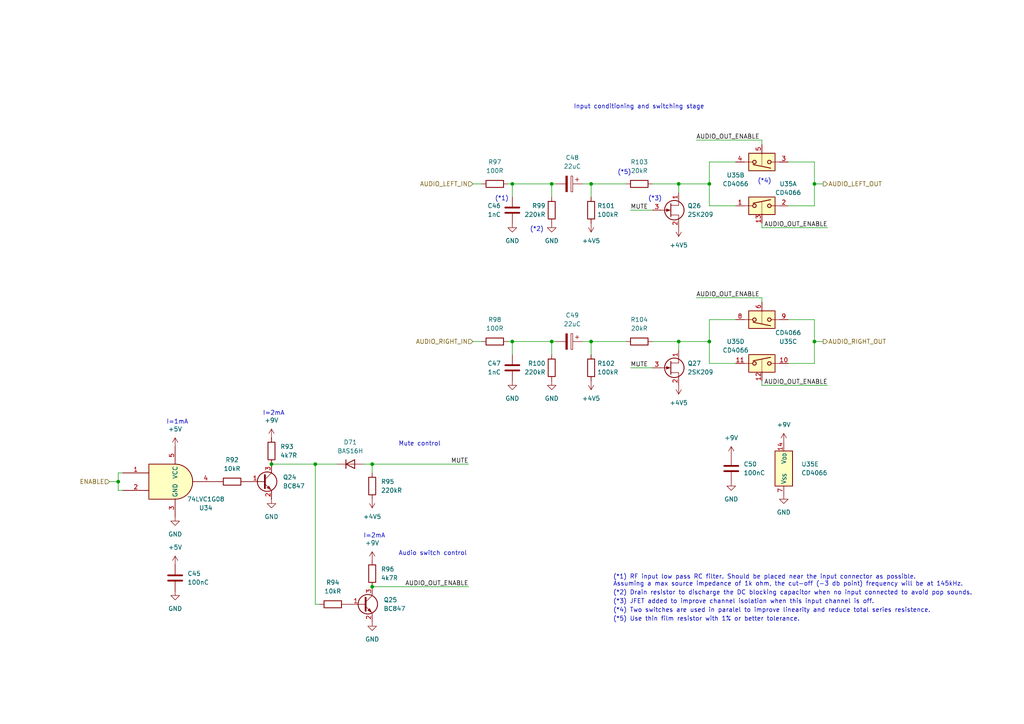
<source format=kicad_sch>
(kicad_sch (version 20231120) (generator "eeschema") (generator_version "8.0")
  (paper "A4")
  (lib_symbols
    (symbol "+5V_1" (power) (pin_numbers hide) (pin_names (offset 0) hide)
      (property "Value" "+5V" (at 0 3.556 0))
      (symbol "+5V_1_1_1"
        (pin power_in line (at 0 0 90) (length 0) (name "~") (number "1"))
      )
    )
    (symbol "+9V_1" (power) (pin_numbers hide) (pin_names (offset 0) hide)
      (property "Value" "+9V" (at 0 3.556 0))
      (symbol "+9V_1_1_1"
        (pin power_in line (at 0 0 90) (length 0) (name "~") (number "1"))
      )
    )
    (symbol "74xGxx:74AHC1G08"
      (property "Reference" "U" (at -2.54 3.81 0))
      (property "Value" "74AHC1G08" (at 0 -3.81 0))
      (symbol "74AHC1G08_1_1"
        (pin input line (at -15.24 2.54 0) (length 7.62) (name "~") (number "1"))
        (pin input line (at -15.24 -2.54 0) (length 7.62) (name "~") (number "2"))
        (pin power_in line (at 0 -10.16 90) (length 5.08) (name "GND") (number "3"))
        (pin output line (at 12.7 0 180) (length 7.62) (name "~") (number "4"))
        (pin power_in line (at 0 10.16 270) (length 5.08) (name "VCC") (number "5"))
      )
    )
    (symbol "Analog_Switch:CD4066BPW"
      (property "Reference" "U" (at -5.08 3.81 0))
      (property "Value" "CD4066BPW" (at 7.62 3.81 0))
      (symbol "CD4066BPW_1_1"
        (pin bidirectional line (at -7.62 0 0) (length 2.54) (name "~") (number "1"))
        (pin input line (at 0 -5.08 90) (length 2.54) (name "~") (number "13"))
        (pin bidirectional line (at 7.62 0 180) (length 2.54) (name "~") (number "2"))
      )
      (symbol "CD4066BPW_2_1"
        (pin bidirectional line (at 7.62 0 180) (length 2.54) (name "~") (number "3"))
        (pin bidirectional line (at -7.62 0 0) (length 2.54) (name "~") (number "4"))
        (pin input line (at 0 -5.08 90) (length 2.54) (name "~") (number "5"))
      )
      (symbol "CD4066BPW_3_1"
        (pin input line (at 0 -5.08 90) (length 2.54) (name "~") (number "6"))
        (pin bidirectional line (at -7.62 0 0) (length 2.54) (name "~") (number "8"))
        (pin bidirectional line (at 7.62 0 180) (length 2.54) (name "~") (number "9"))
      )
      (symbol "CD4066BPW_4_1"
        (pin bidirectional line (at 7.62 0 180) (length 2.54) (name "~") (number "10"))
        (pin bidirectional line (at -7.62 0 0) (length 2.54) (name "~") (number "11"))
        (pin input line (at 0 -5.08 90) (length 2.54) (name "~") (number "12"))
      )
      (symbol "CD4066BPW_5_1"
        (pin power_in line (at 0 7.62 270) (length 2.54) (name "V_{DD}") (number "14"))
        (pin power_in line (at 0 -7.62 90) (length 2.54) (name "V_{SS}") (number "7"))
      )
    )
    (symbol "Device:C" (pin_numbers hide) (pin_names (offset 0.254))
      (property "Reference" "C" (at 0.635 2.54 0))
      (property "Value" "C" (at 0.635 -2.54 0))
      (symbol "C_1_1"
        (pin passive line (at 0 3.81 270) (length 2.794) (name "~") (number "1"))
        (pin passive line (at 0 -3.81 90) (length 2.794) (name "~") (number "2"))
      )
    )
    (symbol "Device:C_Polarized" (pin_numbers hide) (pin_names (offset 0.254))
      (property "Reference" "C" (at 0.635 2.54 0))
      (property "Value" "C_Polarized" (at 0.635 -2.54 0))
      (symbol "C_Polarized_1_1"
        (pin passive line (at 0 3.81 270) (length 2.794) (name "~") (number "1"))
        (pin passive line (at 0 -3.81 90) (length 2.794) (name "~") (number "2"))
      )
    )
    (symbol "Device:R" (pin_numbers hide) (pin_names (offset 0))
      (property "Reference" "R" (at 2.032 0 90))
      (property "Value" "R" (at 0 0 90))
      (symbol "R_1_1"
        (pin passive line (at 0 3.81 270) (length 1.27) (name "~") (number "1"))
        (pin passive line (at 0 -3.81 90) (length 1.27) (name "~") (number "2"))
      )
    )
    (symbol "Diode:BAS316" (pin_numbers hide) (pin_names hide)
      (property "Reference" "D" (at 0 2.54 0))
      (property "Value" "BAS316" (at 0 -2.54 0))
      (symbol "BAS316_1_1"
        (pin passive line (at -3.81 0 0) (length 2.54) (name "K") (number "1"))
        (pin passive line (at 3.81 0 180) (length 2.54) (name "A") (number "2"))
      )
    )
    (symbol "GND_1" (power) (pin_numbers hide) (pin_names (offset 0) hide)
      (property "Value" "GND" (at 0 -3.81 0))
      (symbol "GND_1_1_1"
        (pin power_in line (at 0 0 270) (length 0) (name "~") (number "1"))
      )
    )
    (symbol "MMBFJ111_1" (pin_names hide)
      (property "Reference" "Q" (at 5.08 1.905 0))
      (property "Value" "MMBFJ111" (at 5.08 0 0))
      (symbol "MMBFJ111_1_1_1"
        (pin passive line (at 2.54 5.08 270) (length 2.54) (name "D") (number "1"))
        (pin passive line (at 2.54 -5.08 90) (length 2.54) (name "S") (number "2"))
        (pin input line (at -5.08 0 0) (length 2.54) (name "G") (number "3"))
      )
    )
    (symbol "Transistor_BJT:BC847" (pin_names (offset 0) hide)
      (property "Reference" "Q" (at 5.08 1.905 0))
      (property "Value" "BC847" (at 5.08 0 0))
      (symbol "BC847_1_1"
        (pin input line (at -5.08 0 0) (length 5.715) (name "B") (number "1"))
        (pin passive line (at 2.54 -5.08 90) (length 2.54) (name "E") (number "2"))
        (pin passive line (at 2.54 5.08 270) (length 2.54) (name "C") (number "3"))
      )
    )
    (symbol "power_custom:+4V5" (power) (pin_names (offset 0))
      (property "Value" "+4V5" (at 0 3.556 0))
      (symbol "+4V5_1_1"
        (pin power_in line (at 0 0 90) (length 0) hide (name "+4V5") (number "1"))
      )
    )
  )
  (junction (at 78.74 134.62))
  (junction (at 107.95 134.62))
  (junction (at 196.85 53.34))
  (junction (at 91.44 134.62))
  (junction (at 148.59 99.06))
  (junction (at 148.59 53.34))
  (junction (at 236.22 99.06))
  (junction (at 171.45 53.34))
  (junction (at 107.95 170.18))
  (junction (at 171.45 99.06))
  (junction (at 160.02 99.06))
  (junction (at 236.22 53.34))
  (junction (at 196.85 99.06))
  (junction (at 205.74 99.06))
  (junction (at 160.02 53.34))
  (junction (at 34.29 139.7))
  (junction (at 205.74 53.34))
  (wire (pts (xy 196.85 53.34) (xy 205.74 53.34)))
  (wire (pts (xy 220.98 111.76) (xy 240.03 111.76)))
  (wire (pts (xy 196.85 53.34) (xy 196.85 55.88)))
  (wire (pts (xy 240.03 66.04) (xy 220.98 66.04)))
  (wire (pts (xy 92.71 175.26) (xy 91.44 175.26)))
  (wire (pts (xy 160.02 53.34) (xy 161.29 53.34)))
  (wire (pts (xy 213.36 46.99) (xy 205.74 46.99)))
  (wire (pts (xy 196.85 99.06) (xy 196.85 101.6)))
  (wire (pts (xy 238.76 53.34) (xy 236.22 53.34)))
  (wire (pts (xy 220.98 87.63) (xy 220.98 86.36)))
  (wire (pts (xy 160.02 99.06) (xy 161.29 99.06)))
  (wire (pts (xy 148.59 99.06) (xy 160.02 99.06)))
  (wire (pts (xy 91.44 134.62) (xy 91.44 175.26)))
  (wire (pts (xy 220.98 110.49) (xy 220.98 111.76)))
  (wire (pts (xy 228.6 46.99) (xy 236.22 46.99)))
  (wire (pts (xy 236.22 46.99) (xy 236.22 53.34)))
  (wire (pts (xy 107.95 134.62) (xy 135.89 134.62)))
  (wire (pts (xy 35.56 142.24) (xy 34.29 142.24)))
  (wire (pts (xy 236.22 99.06) (xy 236.22 105.41)))
  (wire (pts (xy 220.98 40.64) (xy 201.93 40.64)))
  (wire (pts (xy 213.36 59.69) (xy 205.74 59.69)))
  (wire (pts (xy 236.22 59.69) (xy 228.6 59.69)))
  (wire (pts (xy 189.23 99.06) (xy 196.85 99.06)))
  (wire (pts (xy 171.45 53.34) (xy 181.61 53.34)))
  (wire (pts (xy 205.74 59.69) (xy 205.74 53.34)))
  (wire (pts (xy 107.95 134.62) (xy 107.95 137.16)))
  (wire (pts (xy 205.74 46.99) (xy 205.74 53.34)))
  (wire (pts (xy 78.74 134.62) (xy 91.44 134.62)))
  (wire (pts (xy 205.74 92.71) (xy 205.74 99.06)))
  (wire (pts (xy 205.74 105.41) (xy 205.74 99.06)))
  (wire (pts (xy 220.98 66.04) (xy 220.98 64.77)))
  (wire (pts (xy 171.45 53.34) (xy 171.45 57.15)))
  (wire (pts (xy 196.85 99.06) (xy 205.74 99.06)))
  (wire (pts (xy 182.88 60.96) (xy 189.23 60.96)))
  (wire (pts (xy 147.32 99.06) (xy 148.59 99.06)))
  (wire (pts (xy 168.91 99.06) (xy 171.45 99.06)))
  (wire (pts (xy 137.16 99.06) (xy 139.7 99.06)))
  (wire (pts (xy 236.22 53.34) (xy 236.22 59.69)))
  (wire (pts (xy 182.88 106.68) (xy 189.23 106.68)))
  (wire (pts (xy 34.29 139.7) (xy 34.29 137.16)))
  (wire (pts (xy 220.98 40.64) (xy 220.98 41.91)))
  (wire (pts (xy 107.95 170.18) (xy 135.89 170.18)))
  (wire (pts (xy 148.59 53.34) (xy 148.59 57.15)))
  (wire (pts (xy 228.6 92.71) (xy 236.22 92.71)))
  (wire (pts (xy 236.22 92.71) (xy 236.22 99.06)))
  (wire (pts (xy 201.93 86.36) (xy 220.98 86.36)))
  (wire (pts (xy 105.41 134.62) (xy 107.95 134.62)))
  (wire (pts (xy 213.36 92.71) (xy 205.74 92.71)))
  (wire (pts (xy 147.32 53.34) (xy 148.59 53.34)))
  (wire (pts (xy 137.16 53.34) (xy 139.7 53.34)))
  (wire (pts (xy 213.36 105.41) (xy 205.74 105.41)))
  (wire (pts (xy 171.45 99.06) (xy 181.61 99.06)))
  (wire (pts (xy 34.29 139.7) (xy 31.75 139.7)))
  (wire (pts (xy 34.29 142.24) (xy 34.29 139.7)))
  (wire (pts (xy 189.23 53.34) (xy 196.85 53.34)))
  (wire (pts (xy 34.29 137.16) (xy 35.56 137.16)))
  (wire (pts (xy 160.02 57.15) (xy 160.02 53.34)))
  (wire (pts (xy 148.59 53.34) (xy 160.02 53.34)))
  (wire (pts (xy 236.22 105.41) (xy 228.6 105.41)))
  (wire (pts (xy 160.02 102.87) (xy 160.02 99.06)))
  (wire (pts (xy 148.59 99.06) (xy 148.59 102.87)))
  (wire (pts (xy 171.45 99.06) (xy 171.45 102.87)))
  (wire (pts (xy 91.44 134.62) (xy 97.79 134.62)))
  (wire (pts (xy 238.76 99.06) (xy 236.22 99.06)))
  (wire (pts (xy 168.91 53.34) (xy 171.45 53.34)))
  (text "Input conditioning and switching stage" (at 166.37 31.75 0) (effects (font (size 1.27 1.27)) (justify left bottom)))
  (text "(*5) Use thin film resistor with 1% or better tolerance." (at 177.8 180.34 0) (effects (font (size 1.27 1.27)) (justify left bottom)))
  (text "(*4) Two switches are used in paralel to improve linearity and reduce total series resistence." (at 177.8 177.8 0) (effects (font (size 1.27 1.27)) (justify left bottom)))
  (text "I=2mA" (at 105.41 156.21 0) (effects (font (size 1.27 1.27)) (justify left bottom)))
  (text "I=1mA" (at 48.26 123.19 0) (effects (font (size 1.27 1.27)) (justify left bottom)))
  (text "(*3)" (at 187.96 58.42 0) (effects (font (size 1.27 1.27)) (justify left bottom)))
  (text "(*1) RF input low pass RC filter. Should be placed near the input connector as possible.\nAssuming a max source impedance of 1k ohm, the cut-off (-3 db point) frequency will be at 145kHz." (at 177.8 170.18 0) (effects (font (size 1.27 1.27)) (justify left bottom)))
  (text "(*4)" (at 219.71 53.34 0) (effects (font (size 1.27 1.27)) (justify left bottom)))
  (text "(*2)" (at 153.67 67.31 0) (effects (font (size 1.27 1.27)) (justify left bottom)))
  (text "I=2mA" (at 76.2 120.65 0) (effects (font (size 1.27 1.27)) (justify left bottom)))
  (text "(*5)" (at 179.07 50.8 0) (effects (font (size 1.27 1.27)) (justify left bottom)))
  (text "Mute control" (at 115.57 129.54 0) (effects (font (size 1.27 1.27)) (justify left bottom)))
  (text "(*3) JFET added to improve channel isolation when this input channel is off." (at 177.8 175.26 0) (effects (font (size 1.27 1.27)) (justify left bottom)))
  (text "(*1)" (at 143.51 58.42 0) (effects (font (size 1.27 1.27)) (justify left bottom)))
  (text "Audio switch control" (at 115.57 161.29 0) (effects (font (size 1.27 1.27)) (justify left bottom)))
  (text "(*2) Drain resistor to discharge the DC blocking capacitor when no input connected to avoid pop sounds." (at 177.8 172.72 0) (effects (font (size 1.27 1.27)) (justify left bottom)))
  (label "MUTE" (at 182.88 60.96 0))
  (label "AUDIO_OUT_ENABLE" (at 201.93 86.36 0))
  (label "AUDIO_OUT_ENABLE" (at 240.03 66.04 180))
  (label "MUTE" (at 182.88 106.68 0))
  (label "AUDIO_OUT_ENABLE" (at 135.89 170.18 180))
  (label "AUDIO_OUT_ENABLE" (at 201.93 40.64 0))
  (label "MUTE" (at 135.89 134.62 180))
  (label "AUDIO_OUT_ENABLE" (at 240.03 111.76 180))
  (hierarchical_label "AUDIO_LEFT_OUT" (shape output) (at 238.76 53.34 0))
  (hierarchical_label "AUDIO_RIGHT_OUT" (shape output) (at 238.76 99.06 0))
  (hierarchical_label "AUDIO_LEFT_IN" (shape input) (at 137.16 53.34 180))
  (hierarchical_label "ENABLE" (shape input) (at 31.75 139.7 180))
  (hierarchical_label "AUDIO_RIGHT_IN" (shape input) (at 137.16 99.06 180))
  (symbol (lib_id "Device:R") (at 107.95 140.97 0) (unit 1)
    (property "Reference" "R95" (at 110.49 139.7 0) (effects (justify left)))
    (property "Value" "220kR" (at 110.49 142.24 0) (effects (justify left)))
    (property "Footprint" "Resistor_SMD:R_0805_2012Metric" (effects (hide yes)))
    (property "Datasheet" "https://datasheet.lcsc.com/lcsc/1810311425_YAGEO-RC0805JR-07220KL_C114232.pdf" (effects (hide yes)))
    (property "Status" "OK" (effects (hide yes)))
    (property "MPN" "RC0805JR-07220KL" (effects (hide yes)))
    (property "R % tol" "5%" (effects (hide yes)))
    (property "R pwr" "125mW" (effects (hide yes)))
    (instances (project "SCART_switcher" (path "" (reference "R95") (unit 1)) (path "" (reference "R157") (unit 1)) (path "" (reference "R184") (unit 1)) (path "" (reference "R211") (unit 1)) (path "" (reference "R238") (unit 1)) (path "" (reference "R265") (unit 1)) (path "" (reference "R292") (unit 1)) (path "" (reference "R319") (unit 1)) (path "" (reference "R346") (unit 1)) (path "" (reference "R373") (unit 1))))
  )
  (symbol (lib_name "GND_1") (lib_id "power:GND") (at 160.02 110.49 0) (unit 1)
    (property "Reference" "#PWR0819" (effects (hide yes)))
    (property "Value" "GND" (at 160.02 115.57 0))
    (property "Description" "Power symbol creates a global label with name \"GND\" , ground" (effects (hide yes)))
    (instances (project "SCART_switcher" (path "" (reference "#PWR0819") (unit 1)) (path "" (reference "#PWR0821") (unit 1)) (path "" (reference "#PWR0823") (unit 1)) (path "" (reference "#PWR0826") (unit 1)) (path "" (reference "#PWR0827") (unit 1)) (path "" (reference "#PWR0828") (unit 1)) (path "" (reference "#PWR0829") (unit 1)) (path "" (reference "#PWR0830") (unit 1)) (path "" (reference "#PWR0836") (unit 1)) (path "" (reference "#PWR0838") (unit 1))))
  )
  (symbol (lib_id "Device:R") (at 160.02 106.68 0) (mirror y) (unit 1)
    (property "Reference" "R100" (at 158.242 105.41 0) (effects (justify left)))
    (property "Value" "220kR" (at 158.242 107.95 0) (effects (justify left)))
    (property "Footprint" "Resistor_SMD:R_0805_2012Metric" (effects (hide yes)))
    (property "Datasheet" "https://datasheet.lcsc.com/lcsc/1810311425_YAGEO-RC0805JR-07220KL_C114232.pdf" (effects (hide yes)))
    (property "Status" "OK" (effects (hide yes)))
    (property "MPN" "RC0805JR-07220KL" (effects (hide yes)))
    (property "R % tol" "5%" (effects (hide yes)))
    (property "R pwr" "125mW" (effects (hide yes)))
    (instances (project "SCART_switcher" (path "" (reference "R100") (unit 1)) (path "" (reference "R162") (unit 1)) (path "" (reference "R189") (unit 1)) (path "" (reference "R216") (unit 1)) (path "" (reference "R243") (unit 1)) (path "" (reference "R270") (unit 1)) (path "" (reference "R297") (unit 1)) (path "" (reference "R324") (unit 1)) (path "" (reference "R351") (unit 1)) (path "" (reference "R378") (unit 1))))
  )
  (symbol (lib_id "Analog_Switch:CD4066BPW") (at 227.33 135.89 0) (unit 5)
    (property "Reference" "U35" (at 232.41 134.62 0) (effects (justify left)))
    (property "Value" "CD4066" (at 232.41 137.16 0) (effects (justify left)))
    (property "Footprint" "Package_SO:SOIC-14_3.9x8.7mm_P1.27mm" (effects (hide yes)))
    (property "Datasheet" "https://datasheet.lcsc.com/lcsc/1810171510_Texas-Instruments-CD4066BM96_C54755.pdf" (effects (hide yes)))
    (property "MPN" "CD4066BM96" (effects (hide yes)))
    (property "Status" "OK" (effects (hide yes)))
    (property "MPN_MOUSER" "CD4066BM96" (effects (hide yes)))
    (instances (project "SCART_switcher" (path "" (reference "U35") (unit 5)) (path "" (reference "U80") (unit 5)) (path "" (reference "U87") (unit 5)) (path "" (reference "U94") (unit 5)) (path "" (reference "U101") (unit 5)) (path "" (reference "U108") (unit 5)) (path "" (reference "U115") (unit 5)) (path "" (reference "U122") (unit 5)) (path "" (reference "U129") (unit 5)) (path "" (reference "U136") (unit 5))))
  )
  (symbol (lib_name "GND_1") (lib_id "power:GND") (at 148.59 110.49 0) (unit 1)
    (property "Reference" "#PWR0874" (effects (hide yes)))
    (property "Value" "GND" (at 148.59 115.57 0))
    (property "Description" "Power symbol creates a global label with name \"GND\" , ground" (effects (hide yes)))
    (instances (project "SCART_switcher" (path "" (reference "#PWR0874") (unit 1)) (path "" (reference "#PWR0876") (unit 1)) (path "" (reference "#PWR0878") (unit 1)) (path "" (reference "#PWR0881") (unit 1)) (path "" (reference "#PWR0882") (unit 1)) (path "" (reference "#PWR0883") (unit 1)) (path "" (reference "#PWR0884") (unit 1)) (path "" (reference "#PWR0885") (unit 1)) (path "" (reference "#PWR0891") (unit 1)) (path "" (reference "#PWR0893") (unit 1))))
  )
  (symbol (lib_name "GND_1") (lib_id "power:GND") (at 160.02 64.77 0) (unit 1)
    (property "Reference" "#PWR0965" (effects (hide yes)))
    (property "Value" "GND" (at 160.02 69.85 0))
    (property "Description" "Power symbol creates a global label with name \"GND\" , ground" (effects (hide yes)))
    (instances (project "SCART_switcher" (path "" (reference "#PWR0965") (unit 1)) (path "" (reference "#PWR0967") (unit 1)) (path "" (reference "#PWR0975") (unit 1)) (path "" (reference "#PWR0977") (unit 1)) (path "" (reference "#PWR0979") (unit 1)) (path "" (reference "#PWR0981") (unit 1)) (path "" (reference "#PWR0983") (unit 1)) (path "" (reference "#PWR0984") (unit 1)) (path "" (reference "#PWR0985") (unit 1)) (path "" (reference "#PWR0986") (unit 1))))
  )
  (symbol (lib_id "power_custom:+4V5") (at 171.45 64.77 0) (mirror x) (unit 1)
    (property "Reference" "#PWR0373" (effects (hide yes)))
    (property "Value" "+4V5" (at 171.45 69.85 0))
    (instances (project "SCART_switcher" (path "" (reference "#PWR0373") (unit 1)) (path "" (reference "#PWR0611") (unit 1)) (path "" (reference "#PWR0666") (unit 1)) (path "" (reference "#PWR0721") (unit 1)) (path "" (reference "#PWR0776") (unit 1)) (path "" (reference "#PWR0831") (unit 1)) (path "" (reference "#PWR0886") (unit 1)) (path "" (reference "#PWR0941") (unit 1)) (path "" (reference "#PWR0996") (unit 1)) (path "" (reference "#PWR01051") (unit 1))))
  )
  (symbol (lib_id "Device:C") (at 148.59 106.68 0) (mirror y) (unit 1)
    (property "Reference" "C47" (at 145.288 105.41 0) (effects (justify left)))
    (property "Value" "1nC" (at 145.288 107.95 0) (effects (justify left)))
    (property "Footprint" "Capacitor_SMD:C_0805_2012Metric" (effects (hide yes)))
    (property "Datasheet" "https://datasheet.lcsc.com/lcsc/2304140030_YAGEO-CC0805JRNPO9BN102_C62774.pdf" (effects (hide yes)))
    (property "Status" "OK" (effects (hide yes)))
    (property "MPN" "CC0805JRNPO9BN102" (effects (hide yes)))
    (instances (project "SCART_switcher" (path "" (reference "C47") (unit 1)) (path "" (reference "C114") (unit 1)) (path "" (reference "C129") (unit 1)) (path "" (reference "C144") (unit 1)) (path "" (reference "C159") (unit 1)) (path "" (reference "C174") (unit 1)) (path "" (reference "C189") (unit 1)) (path "" (reference "C204") (unit 1)) (path "" (reference "C219") (unit 1)) (path "" (reference "C234") (unit 1))))
  )
  (symbol (lib_id "Device:C_Polarized") (at 165.1 99.06 270) (unit 1)
    (property "Reference" "C49" (at 165.989 91.44 90))
    (property "Value" "22uC" (at 165.989 93.98 90))
    (property "Footprint" "Capacitor_SMD:CP_Elec_5x5.4" (effects (hide yes)))
    (property "Datasheet" "https://datasheet.lcsc.com/lcsc/2304140030_Nichicon-UWX1C220MCL1GB_C433198.pdf" (effects (hide yes)))
    (property "MPN" "UWX1C220MCL1GB" (effects (hide yes)))
    (property "Status" "OK" (effects (hide yes)))
    (instances (project "SCART_switcher" (path "" (reference "C49") (unit 1)) (path "" (reference "C116") (unit 1)) (path "" (reference "C131") (unit 1)) (path "" (reference "C146") (unit 1)) (path "" (reference "C161") (unit 1)) (path "" (reference "C176") (unit 1)) (path "" (reference "C191") (unit 1)) (path "" (reference "C206") (unit 1)) (path "" (reference "C221") (unit 1)) (path "" (reference "C236") (unit 1))))
  )
  (symbol (lib_id "Device:R") (at 67.31 139.7 90) (unit 1)
    (property "Reference" "R92" (at 67.31 133.3843 90))
    (property "Value" "10kR" (at 67.31 135.9243 90))
    (property "Footprint" "Resistor_SMD:R_0805_2012Metric" (effects (hide yes)))
    (property "Datasheet" "https://datasheet.lcsc.com/lcsc/1810171610_YAGEO-RC0805JR-0710KL_C100047.pdf" (effects (hide yes)))
    (property "MPN" "RC0805JR-0710KL" (effects (hide yes)))
    (property "Status" "OK" (effects (hide yes)))
    (property "R % tol" "5%" (effects (hide yes)))
    (property "R pwr" "125mW" (effects (hide yes)))
    (instances (project "SCART_switcher" (path "" (reference "R92") (unit 1)) (path "" (reference "R154") (unit 1)) (path "" (reference "R181") (unit 1)) (path "" (reference "R208") (unit 1)) (path "" (reference "R235") (unit 1)) (path "" (reference "R262") (unit 1)) (path "" (reference "R289") (unit 1)) (path "" (reference "R316") (unit 1)) (path "" (reference "R343") (unit 1)) (path "" (reference "R370") (unit 1))))
  )
  (symbol (lib_id "74xGxx:74AHC1G08") (at 50.8 139.7 0) (unit 1)
    (property "Reference" "U34" (at 59.69 147.32 0))
    (property "Value" "74LVC1G08" (at 59.69 144.78 0))
    (property "Footprint" "Package_TO_SOT_SMD:SOT-353_SC-70-5" (effects (hide yes)))
    (property "Datasheet" "https://datasheet.lcsc.com/lcsc/1809051811_Texas-Instruments-SN74LVC1G08DCKR_C7832.pdf" (effects (hide yes)))
    (property "MPN" "SN74LVC1G08DCKR" (effects (hide yes)))
    (property "Status" "OK" (effects (hide yes)))
    (property "MPN_MOUSER" "SN74LVC1G08DCKR" (effects (hide yes)))
    (instances (project "SCART_switcher" (path "" (reference "U34") (unit 1)) (path "" (reference "U79") (unit 1)) (path "" (reference "U86") (unit 1)) (path "" (reference "U93") (unit 1)) (path "" (reference "U100") (unit 1)) (path "" (reference "U107") (unit 1)) (path "" (reference "U114") (unit 1)) (path "" (reference "U121") (unit 1)) (path "" (reference "U128") (unit 1)) (path "" (reference "U135") (unit 1))))
  )
  (symbol (lib_id "Device:C") (at 148.59 60.96 0) (mirror y) (unit 1)
    (property "Reference" "C46" (at 145.288 59.69 0) (effects (justify left)))
    (property "Value" "1nC" (at 145.288 62.23 0) (effects (justify left)))
    (property "Footprint" "Capacitor_SMD:C_0805_2012Metric" (effects (hide yes)))
    (property "Datasheet" "https://datasheet.lcsc.com/lcsc/2304140030_YAGEO-CC0805JRNPO9BN102_C62774.pdf" (effects (hide yes)))
    (property "Status" "OK" (effects (hide yes)))
    (property "MPN" "CC0805JRNPO9BN102" (effects (hide yes)))
    (instances (project "SCART_switcher" (path "" (reference "C46") (unit 1)) (path "" (reference "C113") (unit 1)) (path "" (reference "C128") (unit 1)) (path "" (reference "C143") (unit 1)) (path "" (reference "C158") (unit 1)) (path "" (reference "C173") (unit 1)) (path "" (reference "C188") (unit 1)) (path "" (reference "C203") (unit 1)) (path "" (reference "C218") (unit 1)) (path "" (reference "C233") (unit 1))))
  )
  (symbol (lib_id "Device:C") (at 50.8 167.64 0) (unit 1)
    (property "Reference" "C45" (at 54.356 166.37 0) (effects (justify left)))
    (property "Value" "100nC" (at 54.356 168.91 0) (effects (justify left)))
    (property "Footprint" "Capacitor_SMD:C_0603_1608Metric" (effects (hide yes)))
    (property "Datasheet" "https://datasheet.lcsc.com/lcsc/1810271710_Samsung-Electro-Mechanics-CL10B104KO8NNNC_C66501.pdf" (effects (hide yes)))
    (property "MPN" "CL10B104KO8NNNC" (effects (hide yes)))
    (property "Status" "OK" (effects (hide yes)))
    (instances (project "SCART_switcher" (path "" (reference "C45") (unit 1)) (path "" (reference "C112") (unit 1)) (path "" (reference "C127") (unit 1)) (path "" (reference "C142") (unit 1)) (path "" (reference "C157") (unit 1)) (path "" (reference "C172") (unit 1)) (path "" (reference "C187") (unit 1)) (path "" (reference "C202") (unit 1)) (path "" (reference "C217") (unit 1)) (path "" (reference "C232") (unit 1))))
  )
  (symbol (lib_name "GND_1") (lib_id "power:GND") (at 50.8 149.86 0) (unit 1)
    (property "Reference" "#PWR0339" (effects (hide yes)))
    (property "Value" "GND" (at 50.8 154.94 0))
    (property "Description" "Power symbol creates a global label with name \"GND\" , ground" (effects (hide yes)))
    (instances (project "SCART_switcher" (path "" (reference "#PWR0339") (unit 1)) (path "" (reference "#PWR0341") (unit 1)) (path "" (reference "#PWR0343") (unit 1)) (path "" (reference "#PWR0345") (unit 1)) (path "" (reference "#PWR0347") (unit 1)) (path "" (reference "#PWR0349") (unit 1)) (path "" (reference "#PWR0356") (unit 1)) (path "" (reference "#PWR0357") (unit 1)) (path "" (reference "#PWR0358") (unit 1)) (path "" (reference "#PWR0359") (unit 1))))
  )
  (symbol (lib_id "Transistor_BJT:BC847") (at 76.2 139.7 0) (unit 1)
    (property "Reference" "Q24" (at 82.042 138.43 0) (effects (justify left)))
    (property "Value" "BC847" (at 82.042 140.97 0) (effects (justify left)))
    (property "Footprint" "Package_TO_SOT_SMD:SOT-23" (effects (hide yes)))
    (property "Datasheet" "https://datasheet.lcsc.com/lcsc/1811141238_Nexperia-BC847C-215_C8664.pdf" (effects (hide yes)))
    (property "MPN" "BC847C,215" (effects (hide yes)))
    (property "Status" "OK" (effects (hide yes)))
    (property "MPN_MOUSER" "BC847C,215" (effects (hide yes)))
    (instances (project "SCART_switcher" (path "" (reference "Q24") (unit 1)) (path "" (reference "Q29") (unit 1)) (path "" (reference "Q33") (unit 1)) (path "" (reference "Q37") (unit 1)) (path "" (reference "Q41") (unit 1)) (path "" (reference "Q45") (unit 1)) (path "" (reference "Q49") (unit 1)) (path "" (reference "Q53") (unit 1)) (path "" (reference "Q57") (unit 1)) (path "" (reference "Q61") (unit 1))))
  )
  (symbol (lib_id "Device:R") (at 185.42 99.06 90) (unit 1)
    (property "Reference" "R104" (at 185.42 92.71 90))
    (property "Value" "20kR" (at 185.42 95.25 90))
    (property "Footprint" "Resistor_SMD:R_0805_2012Metric" (effects (hide yes)))
    (property "Datasheet" "https://datasheet.lcsc.com/lcsc/2010201810_YAGEO-RT0805FRE0720KL_C706378.pdf" (effects (hide yes)))
    (property "Status" "OK" (effects (hide yes)))
    (property "MPN" "RT0805FRE0720KL" (effects (hide yes)))
    (property "R % tol" "1%" (effects (hide yes)))
    (property "R pwr" "125mW" (effects (hide yes)))
    (instances (project "SCART_switcher" (path "" (reference "R104") (unit 1)) (path "" (reference "R166") (unit 1)) (path "" (reference "R193") (unit 1)) (path "" (reference "R220") (unit 1)) (path "" (reference "R247") (unit 1)) (path "" (reference "R274") (unit 1)) (path "" (reference "R301") (unit 1)) (path "" (reference "R328") (unit 1)) (path "" (reference "R355") (unit 1)) (path "" (reference "R382") (unit 1))))
  )
  (symbol (lib_name "+9V_1") (lib_id "power:+9V") (at 212.09 132.08 0) (unit 1)
    (property "Reference" "#PWR0835" (effects (hide yes)))
    (property "Value" "+9V" (at 212.09 127 0))
    (property "Description" "Power symbol creates a global label with name \"+9V\"" (effects (hide yes)))
    (instances (project "SCART_switcher" (path "" (reference "#PWR0835") (unit 1)) (path "" (reference "#PWR0837") (unit 1)) (path "" (reference "#PWR0890") (unit 1)) (path "" (reference "#PWR0892") (unit 1)) (path "" (reference "#PWR0945") (unit 1)) (path "" (reference "#PWR0947") (unit 1)) (path "" (reference "#PWR01000") (unit 1)) (path "" (reference "#PWR01002") (unit 1)) (path "" (reference "#PWR01018") (unit 1)) (path "" (reference "#PWR01019") (unit 1))))
  )
  (symbol (lib_name "GND_1") (lib_id "power:GND") (at 78.74 144.78 0) (unit 1)
    (property "Reference" "#PWR0654" (effects (hide yes)))
    (property "Value" "GND" (at 78.74 149.86 0))
    (property "Description" "Power symbol creates a global label with name \"GND\" , ground" (effects (hide yes)))
    (instances (project "SCART_switcher" (path "" (reference "#PWR0654") (unit 1)) (path "" (reference "#PWR0656") (unit 1)) (path "" (reference "#PWR0658") (unit 1)) (path "" (reference "#PWR0661") (unit 1)) (path "" (reference "#PWR0662") (unit 1)) (path "" (reference "#PWR0663") (unit 1)) (path "" (reference "#PWR0664") (unit 1)) (path "" (reference "#PWR0665") (unit 1)) (path "" (reference "#PWR0671") (unit 1)) (path "" (reference "#PWR0673") (unit 1))))
  )
  (symbol (lib_id "Device:R") (at 78.74 130.81 0) (unit 1)
    (property "Reference" "R93" (at 81.28 129.54 0) (effects (justify left)))
    (property "Value" "4k7R" (at 81.28 132.08 0) (effects (justify left)))
    (property "Footprint" "Resistor_SMD:R_0805_2012Metric" (effects (hide yes)))
    (property "Datasheet" "https://datasheet.lcsc.com/lcsc/2304140030_YAGEO-RC0805JR-074K7L_C105427.pdf" (effects (hide yes)))
    (property "Status" "OK" (effects (hide yes)))
    (property "MPN" "RC0805JR-074K7L" (effects (hide yes)))
    (property "R % tol" "5%" (effects (hide yes)))
    (property "R pwr" "125mW" (effects (hide yes)))
    (instances (project "SCART_switcher" (path "" (reference "R93") (unit 1)) (path "" (reference "R155") (unit 1)) (path "" (reference "R182") (unit 1)) (path "" (reference "R209") (unit 1)) (path "" (reference "R236") (unit 1)) (path "" (reference "R263") (unit 1)) (path "" (reference "R290") (unit 1)) (path "" (reference "R317") (unit 1)) (path "" (reference "R344") (unit 1)) (path "" (reference "R371") (unit 1))))
  )
  (symbol (lib_name "GND_1") (lib_id "power:GND") (at 227.33 143.51 0) (unit 1)
    (property "Reference" "#PWR0764" (effects (hide yes)))
    (property "Value" "GND" (at 227.33 148.59 0))
    (property "Description" "Power symbol creates a global label with name \"GND\" , ground" (effects (hide yes)))
    (instances (project "SCART_switcher" (path "" (reference "#PWR0764") (unit 1)) (path "" (reference "#PWR0766") (unit 1)) (path "" (reference "#PWR0768") (unit 1)) (path "" (reference "#PWR0771") (unit 1)) (path "" (reference "#PWR0772") (unit 1)) (path "" (reference "#PWR0773") (unit 1)) (path "" (reference "#PWR0774") (unit 1)) (path "" (reference "#PWR0775") (unit 1)) (path "" (reference "#PWR0781") (unit 1)) (path "" (reference "#PWR0783") (unit 1))))
  )
  (symbol (lib_id "power_custom:+4V5") (at 107.95 144.78 0) (mirror x) (unit 1)
    (property "Reference" "#PWR0366" (effects (hide yes)))
    (property "Value" "+4V5" (at 107.95 149.86 0))
    (instances (project "SCART_switcher" (path "" (reference "#PWR0366") (unit 1)) (path "" (reference "#PWR0604") (unit 1)) (path "" (reference "#PWR0659") (unit 1)) (path "" (reference "#PWR0714") (unit 1)) (path "" (reference "#PWR0769") (unit 1)) (path "" (reference "#PWR0824") (unit 1)) (path "" (reference "#PWR0879") (unit 1)) (path "" (reference "#PWR0934") (unit 1)) (path "" (reference "#PWR0989") (unit 1)) (path "" (reference "#PWR01044") (unit 1))))
  )
  (symbol (lib_name "GND_1") (lib_id "power:GND") (at 212.09 139.7 0) (unit 1)
    (property "Reference" "#PWR0709" (effects (hide yes)))
    (property "Value" "GND" (at 212.09 144.78 0))
    (property "Description" "Power symbol creates a global label with name \"GND\" , ground" (effects (hide yes)))
    (instances (project "SCART_switcher" (path "" (reference "#PWR0709") (unit 1)) (path "" (reference "#PWR0711") (unit 1)) (path "" (reference "#PWR0713") (unit 1)) (path "" (reference "#PWR0716") (unit 1)) (path "" (reference "#PWR0717") (unit 1)) (path "" (reference "#PWR0718") (unit 1)) (path "" (reference "#PWR0719") (unit 1)) (path "" (reference "#PWR0720") (unit 1)) (path "" (reference "#PWR0726") (unit 1)) (path "" (reference "#PWR0728") (unit 1))))
  )
  (symbol (lib_name "+9V_1") (lib_id "power:+9V") (at 107.95 162.56 0) (unit 1)
    (property "Reference" "#PWR0367" (effects (hide yes)))
    (property "Value" "+9V" (at 107.95 157.48 0))
    (property "Description" "Power symbol creates a global label with name \"+9V\"" (effects (hide yes)))
    (instances (project "SCART_switcher" (path "" (reference "#PWR0367") (unit 1)) (path "" (reference "#PWR0605") (unit 1)) (path "" (reference "#PWR0660") (unit 1)) (path "" (reference "#PWR0715") (unit 1)) (path "" (reference "#PWR0770") (unit 1)) (path "" (reference "#PWR0825") (unit 1)) (path "" (reference "#PWR0880") (unit 1)) (path "" (reference "#PWR0935") (unit 1)) (path "" (reference "#PWR0990") (unit 1)) (path "" (reference "#PWR01017") (unit 1))))
  )
  (symbol (lib_id "Analog_Switch:CD4066BPW") (at 220.98 46.99 0) (mirror x) (unit 2)
    (property "Reference" "U35" (at 213.36 50.8 0))
    (property "Value" "CD4066" (at 213.36 53.34 0))
    (property "Footprint" "Package_SO:SOIC-14_3.9x8.7mm_P1.27mm" (effects (hide yes)))
    (property "Datasheet" "https://datasheet.lcsc.com/lcsc/1810171510_Texas-Instruments-CD4066BM96_C54755.pdf" (effects (hide yes)))
    (property "MPN" "CD4066BM96" (effects (hide yes)))
    (property "Status" "OK" (effects (hide yes)))
    (property "MPN_MOUSER" "CD4066BM96" (effects (hide yes)))
    (instances (project "SCART_switcher" (path "" (reference "U35") (unit 2)) (path "" (reference "U80") (unit 2)) (path "" (reference "U87") (unit 2)) (path "" (reference "U94") (unit 2)) (path "" (reference "U101") (unit 2)) (path "" (reference "U108") (unit 2)) (path "" (reference "U115") (unit 2)) (path "" (reference "U122") (unit 2)) (path "" (reference "U129") (unit 2)) (path "" (reference "U136") (unit 2))))
  )
  (symbol (lib_id "Device:C_Polarized") (at 165.1 53.34 270) (unit 1)
    (property "Reference" "C48" (at 165.989 45.72 90))
    (property "Value" "22uC" (at 165.989 48.26 90))
    (property "Footprint" "Capacitor_SMD:CP_Elec_5x5.4" (effects (hide yes)))
    (property "Datasheet" "https://datasheet.lcsc.com/lcsc/2304140030_Nichicon-UWX1C220MCL1GB_C433198.pdf" (effects (hide yes)))
    (property "MPN" "UWX1C220MCL1GB" (effects (hide yes)))
    (property "Status" "OK" (effects (hide yes)))
    (instances (project "SCART_switcher" (path "" (reference "C48") (unit 1)) (path "" (reference "C115") (unit 1)) (path "" (reference "C130") (unit 1)) (path "" (reference "C145") (unit 1)) (path "" (reference "C160") (unit 1)) (path "" (reference "C175") (unit 1)) (path "" (reference "C190") (unit 1)) (path "" (reference "C205") (unit 1)) (path "" (reference "C220") (unit 1)) (path "" (reference "C235") (unit 1))))
  )
  (symbol (lib_name "+9V_1") (lib_id "power:+9V") (at 227.33 128.27 0) (unit 1)
    (property "Reference" "#PWR0377" (effects (hide yes)))
    (property "Value" "+9V" (at 227.33 123.19 0))
    (property "Description" "Power symbol creates a global label with name \"+9V\"" (effects (hide yes)))
    (instances (project "SCART_switcher" (path "" (reference "#PWR0377") (unit 1)) (path "" (reference "#PWR0379") (unit 1)) (path "" (reference "#PWR0615") (unit 1)) (path "" (reference "#PWR0617") (unit 1)) (path "" (reference "#PWR0670") (unit 1)) (path "" (reference "#PWR0672") (unit 1)) (path "" (reference "#PWR0725") (unit 1)) (path "" (reference "#PWR0727") (unit 1)) (path "" (reference "#PWR0780") (unit 1)) (path "" (reference "#PWR0782") (unit 1))))
  )
  (symbol (lib_id "Device:R") (at 143.51 53.34 90) (unit 1)
    (property "Reference" "R97" (at 143.51 46.99 90))
    (property "Value" "100R" (at 143.51 49.53 90))
    (property "Footprint" "Resistor_SMD:R_0805_2012Metric" (effects (hide yes)))
    (property "Datasheet" "https://datasheet.lcsc.com/lcsc/2304140030_YAGEO-RT0805FRD07100RL_C143843.pdf" (effects (hide yes)))
    (property "Status" "OK" (effects (hide yes)))
    (property "MPN" "RT0805FRD07100RL" (effects (hide yes)))
    (property "R % tol" "1%" (effects (hide yes)))
    (property "R pwr" "125mW" (effects (hide yes)))
    (instances (project "SCART_switcher" (path "" (reference "R97") (unit 1)) (path "" (reference "R159") (unit 1)) (path "" (reference "R186") (unit 1)) (path "" (reference "R213") (unit 1)) (path "" (reference "R240") (unit 1)) (path "" (reference "R267") (unit 1)) (path "" (reference "R294") (unit 1)) (path "" (reference "R321") (unit 1)) (path "" (reference "R348") (unit 1)) (path "" (reference "R375") (unit 1))))
  )
  (symbol (lib_id "Device:R") (at 160.02 60.96 0) (mirror y) (unit 1)
    (property "Reference" "R99" (at 158.242 59.69 0) (effects (justify left)))
    (property "Value" "220kR" (at 158.242 62.23 0) (effects (justify left)))
    (property "Footprint" "Resistor_SMD:R_0805_2012Metric" (effects (hide yes)))
    (property "Datasheet" "https://datasheet.lcsc.com/lcsc/1810311425_YAGEO-RC0805JR-07220KL_C114232.pdf" (effects (hide yes)))
    (property "Status" "OK" (effects (hide yes)))
    (property "MPN" "RC0805JR-07220KL" (effects (hide yes)))
    (property "R % tol" "5%" (effects (hide yes)))
    (property "R pwr" "125mW" (effects (hide yes)))
    (instances (project "SCART_switcher" (path "" (reference "R99") (unit 1)) (path "" (reference "R161") (unit 1)) (path "" (reference "R188") (unit 1)) (path "" (reference "R215") (unit 1)) (path "" (reference "R242") (unit 1)) (path "" (reference "R269") (unit 1)) (path "" (reference "R296") (unit 1)) (path "" (reference "R323") (unit 1)) (path "" (reference "R350") (unit 1)) (path "" (reference "R377") (unit 1))))
  )
  (symbol (lib_id "power_custom:+4V5") (at 171.45 110.49 0) (mirror x) (unit 1)
    (property "Reference" "#PWR0374" (effects (hide yes)))
    (property "Value" "+4V5" (at 171.45 115.57 0))
    (instances (project "SCART_switcher" (path "" (reference "#PWR0374") (unit 1)) (path "" (reference "#PWR0612") (unit 1)) (path "" (reference "#PWR0667") (unit 1)) (path "" (reference "#PWR0722") (unit 1)) (path "" (reference "#PWR0777") (unit 1)) (path "" (reference "#PWR0832") (unit 1)) (path "" (reference "#PWR0887") (unit 1)) (path "" (reference "#PWR0942") (unit 1)) (path "" (reference "#PWR0997") (unit 1)) (path "" (reference "#PWR01052") (unit 1))))
  )
  (symbol (lib_id "Transistor_BJT:BC847") (at 105.41 175.26 0) (unit 1)
    (property "Reference" "Q25" (at 111.252 173.99 0) (effects (justify left)))
    (property "Value" "BC847" (at 111.252 176.53 0) (effects (justify left)))
    (property "Footprint" "Package_TO_SOT_SMD:SOT-23" (effects (hide yes)))
    (property "Datasheet" "https://datasheet.lcsc.com/lcsc/1811141238_Nexperia-BC847C-215_C8664.pdf" (effects (hide yes)))
    (property "MPN" "BC847C,215" (effects (hide yes)))
    (property "Status" "OK" (effects (hide yes)))
    (property "MPN_MOUSER" "BC847C,215" (effects (hide yes)))
    (instances (project "SCART_switcher" (path "" (reference "Q25") (unit 1)) (path "" (reference "Q30") (unit 1)) (path "" (reference "Q34") (unit 1)) (path "" (reference "Q38") (unit 1)) (path "" (reference "Q42") (unit 1)) (path "" (reference "Q46") (unit 1)) (path "" (reference "Q50") (unit 1)) (path "" (reference "Q54") (unit 1)) (path "" (reference "Q58") (unit 1)) (path "" (reference "Q62") (unit 1))))
  )
  (symbol (lib_id "Device:R") (at 185.42 53.34 90) (unit 1)
    (property "Reference" "R103" (at 185.42 46.99 90))
    (property "Value" "20kR" (at 185.42 49.53 90))
    (property "Footprint" "Resistor_SMD:R_0805_2012Metric" (effects (hide yes)))
    (property "Datasheet" "https://datasheet.lcsc.com/lcsc/2010201810_YAGEO-RT0805FRE0720KL_C706378.pdf" (effects (hide yes)))
    (property "Status" "OK" (effects (hide yes)))
    (property "MPN" "RT0805FRE0720KL" (effects (hide yes)))
    (property "R % tol" "1%" (effects (hide yes)))
    (property "R pwr" "125mW" (effects (hide yes)))
    (instances (project "SCART_switcher" (path "" (reference "R103") (unit 1)) (path "" (reference "R165") (unit 1)) (path "" (reference "R192") (unit 1)) (path "" (reference "R219") (unit 1)) (path "" (reference "R246") (unit 1)) (path "" (reference "R273") (unit 1)) (path "" (reference "R300") (unit 1)) (path "" (reference "R327") (unit 1)) (path "" (reference "R354") (unit 1)) (path "" (reference "R381") (unit 1))))
  )
  (symbol (lib_id "Device:R") (at 107.95 166.37 0) (unit 1)
    (property "Reference" "R96" (at 110.49 165.1 0) (effects (justify left)))
    (property "Value" "4k7R" (at 110.49 167.64 0) (effects (justify left)))
    (property "Footprint" "Resistor_SMD:R_0805_2012Metric" (effects (hide yes)))
    (property "Datasheet" "https://datasheet.lcsc.com/lcsc/2304140030_YAGEO-RC0805JR-074K7L_C105427.pdf" (effects (hide yes)))
    (property "Status" "OK" (effects (hide yes)))
    (property "MPN" "RC0805JR-074K7L" (effects (hide yes)))
    (property "R % tol" "5%" (effects (hide yes)))
    (property "R pwr" "125mW" (effects (hide yes)))
    (instances (project "SCART_switcher" (path "" (reference "R96") (unit 1)) (path "" (reference "R158") (unit 1)) (path "" (reference "R185") (unit 1)) (path "" (reference "R212") (unit 1)) (path "" (reference "R239") (unit 1)) (path "" (reference "R266") (unit 1)) (path "" (reference "R293") (unit 1)) (path "" (reference "R320") (unit 1)) (path "" (reference "R347") (unit 1)) (path "" (reference "R374") (unit 1))))
  )
  (symbol (lib_id "power_custom:+4V5") (at 196.85 66.04 0) (mirror x) (unit 1)
    (property "Reference" "#PWR0375" (effects (hide yes)))
    (property "Value" "+4V5" (at 196.85 71.12 0))
    (instances (project "SCART_switcher" (path "" (reference "#PWR0375") (unit 1)) (path "" (reference "#PWR0613") (unit 1)) (path "" (reference "#PWR0668") (unit 1)) (path "" (reference "#PWR0723") (unit 1)) (path "" (reference "#PWR0778") (unit 1)) (path "" (reference "#PWR0833") (unit 1)) (path "" (reference "#PWR0888") (unit 1)) (path "" (reference "#PWR0943") (unit 1)) (path "" (reference "#PWR0998") (unit 1)) (path "" (reference "#PWR01053") (unit 1))))
  )
  (symbol (lib_name "MMBFJ111_1") (lib_id "Transistor_FET:MMBFJ111") (at 194.31 60.96 0) (unit 1)
    (property "Reference" "Q26" (at 199.39 59.69 0) (effects (justify left)))
    (property "Value" "2SK209" (at 199.39 62.23 0) (effects (justify left)))
    (property "Footprint" "Package_TO_SOT_SMD:SC-59" (effects (hide yes)))
    (property "Datasheet" "https://datasheet.lcsc.com/lcsc/1810271708_TOSHIBA-2SK209-GR-TE85L-F_C61792.pdf" (effects (hide yes)))
    (property "MPN" "2SK209-GR(TE85L,F)" (effects (hide yes)))
    (property "Status" "OK" (effects (hide yes)))
    (property "MPN_MOUSER" "MMBFJ113" (effects (hide yes)))
    (instances (project "SCART_switcher" (path "" (reference "Q26") (unit 1)) (path "" (reference "Q31") (unit 1)) (path "" (reference "Q35") (unit 1)) (path "" (reference "Q39") (unit 1)) (path "" (reference "Q43") (unit 1)) (path "" (reference "Q47") (unit 1)) (path "" (reference "Q51") (unit 1)) (path "" (reference "Q55") (unit 1)) (path "" (reference "Q59") (unit 1)) (path "" (reference "Q63") (unit 1))))
  )
  (symbol (lib_id "Diode:BAS316") (at 101.6 134.62 0) (unit 1)
    (property "Reference" "D71" (at 101.6 128.27 0))
    (property "Value" "BAS16H" (at 101.6 130.81 0))
    (property "Footprint" "Diode_SMD:D_SOD-123F" (effects (hide yes)))
    (property "Datasheet" "https://datasheet.lcsc.com/lcsc/2304140030_Nexperia-BAS16H-115_C130413.pdf" (effects (hide yes)))
    (property "MPN" "BAS16H,115" (effects (hide yes)))
    (property "MPN_MOUSER" "BAS16H,115" (effects (hide yes)))
    (property "Status" "OK" (effects (hide yes)))
    (instances (project "SCART_switcher" (path "" (reference "D71") (unit 1)) (path "" (reference "D73") (unit 1)) (path "" (reference "D74") (unit 1)) (path "" (reference "D75") (unit 1)) (path "" (reference "D76") (unit 1)) (path "" (reference "D77") (unit 1)) (path "" (reference "D78") (unit 1)) (path "" (reference "D79") (unit 1)) (path "" (reference "D80") (unit 1)) (path "" (reference "D81") (unit 1))))
  )
  (symbol (lib_id "Analog_Switch:CD4066BPW") (at 220.98 105.41 0) (unit 4)
    (property "Reference" "U35" (at 213.36 99.06 0))
    (property "Value" "CD4066" (at 213.36 101.6 0))
    (property "Footprint" "Package_SO:SOIC-14_3.9x8.7mm_P1.27mm" (effects (hide yes)))
    (property "Datasheet" "https://datasheet.lcsc.com/lcsc/1810171510_Texas-Instruments-CD4066BM96_C54755.pdf" (effects (hide yes)))
    (property "MPN" "CD4066BM96" (effects (hide yes)))
    (property "Status" "OK" (effects (hide yes)))
    (property "MPN_MOUSER" "CD4066BM96" (effects (hide yes)))
    (instances (project "SCART_switcher" (path "" (reference "U35") (unit 4)) (path "" (reference "U80") (unit 4)) (path "" (reference "U87") (unit 4)) (path "" (reference "U94") (unit 4)) (path "" (reference "U101") (unit 4)) (path "" (reference "U108") (unit 4)) (path "" (reference "U115") (unit 4)) (path "" (reference "U122") (unit 4)) (path "" (reference "U129") (unit 4)) (path "" (reference "U136") (unit 4))))
  )
  (symbol (lib_id "Device:C") (at 212.09 135.89 0) (unit 1)
    (property "Reference" "C50" (at 215.646 134.62 0) (effects (justify left)))
    (property "Value" "100nC" (at 215.646 137.16 0) (effects (justify left)))
    (property "Footprint" "Capacitor_SMD:C_0603_1608Metric" (effects (hide yes)))
    (property "Datasheet" "https://datasheet.lcsc.com/lcsc/1810271710_Samsung-Electro-Mechanics-CL10B104KO8NNNC_C66501.pdf" (effects (hide yes)))
    (property "MPN" "CL10B104KO8NNNC" (effects (hide yes)))
    (property "Status" "OK" (effects (hide yes)))
    (instances (project "SCART_switcher" (path "" (reference "C50") (unit 1)) (path "" (reference "C117") (unit 1)) (path "" (reference "C132") (unit 1)) (path "" (reference "C147") (unit 1)) (path "" (reference "C162") (unit 1)) (path "" (reference "C177") (unit 1)) (path "" (reference "C192") (unit 1)) (path "" (reference "C207") (unit 1)) (path "" (reference "C222") (unit 1)) (path "" (reference "C237") (unit 1))))
  )
  (symbol (lib_id "Device:R") (at 143.51 99.06 90) (unit 1)
    (property "Reference" "R98" (at 143.51 92.71 90))
    (property "Value" "100R" (at 143.51 95.25 90))
    (property "Footprint" "Resistor_SMD:R_0805_2012Metric" (effects (hide yes)))
    (property "Datasheet" "https://datasheet.lcsc.com/lcsc/2304140030_YAGEO-RT0805FRD07100RL_C143843.pdf" (effects (hide yes)))
    (property "Status" "OK" (effects (hide yes)))
    (property "MPN" "RT0805FRD07100RL" (effects (hide yes)))
    (property "R % tol" "1%" (effects (hide yes)))
    (property "R pwr" "125mW" (effects (hide yes)))
    (instances (project "SCART_switcher" (path "" (reference "R98") (unit 1)) (path "" (reference "R160") (unit 1)) (path "" (reference "R187") (unit 1)) (path "" (reference "R214") (unit 1)) (path "" (reference "R241") (unit 1)) (path "" (reference "R268") (unit 1)) (path "" (reference "R295") (unit 1)) (path "" (reference "R322") (unit 1)) (path "" (reference "R349") (unit 1)) (path "" (reference "R376") (unit 1))))
  )
  (symbol (lib_name "GND_1") (lib_id "power:GND") (at 148.59 64.77 0) (unit 1)
    (property "Reference" "#PWR0929" (effects (hide yes)))
    (property "Value" "GND" (at 148.59 69.85 0))
    (property "Description" "Power symbol creates a global label with name \"GND\" , ground" (effects (hide yes)))
    (instances (project "SCART_switcher" (path "" (reference "#PWR0929") (unit 1)) (path "" (reference "#PWR0931") (unit 1)) (path "" (reference "#PWR0933") (unit 1)) (path "" (reference "#PWR0936") (unit 1)) (path "" (reference "#PWR0937") (unit 1)) (path "" (reference "#PWR0938") (unit 1)) (path "" (reference "#PWR0939") (unit 1)) (path "" (reference "#PWR0940") (unit 1)) (path "" (reference "#PWR0946") (unit 1)) (path "" (reference "#PWR0948") (unit 1))))
  )
  (symbol (lib_name "GND_1") (lib_id "power:GND") (at 50.8 171.45 0) (unit 1)
    (property "Reference" "#PWR0361" (effects (hide yes)))
    (property "Value" "GND" (at 50.8 176.53 0))
    (property "Description" "Power symbol creates a global label with name \"GND\" , ground" (effects (hide yes)))
    (instances (project "SCART_switcher" (path "" (reference "#PWR0361") (unit 1)) (path "" (reference "#PWR0363") (unit 1)) (path "" (reference "#PWR0365") (unit 1)) (path "" (reference "#PWR0368") (unit 1)) (path "" (reference "#PWR0369") (unit 1)) (path "" (reference "#PWR0370") (unit 1)) (path "" (reference "#PWR0371") (unit 1)) (path "" (reference "#PWR0372") (unit 1)) (path "" (reference "#PWR0378") (unit 1)) (path "" (reference "#PWR0380") (unit 1))))
  )
  (symbol (lib_id "Analog_Switch:CD4066BPW") (at 220.98 92.71 0) (mirror x) (unit 3)
    (property "Reference" "U35" (at 228.6 99.06 0))
    (property "Value" "CD4066" (at 228.6 96.52 0))
    (property "Footprint" "Package_SO:SOIC-14_3.9x8.7mm_P1.27mm" (effects (hide yes)))
    (property "Datasheet" "https://datasheet.lcsc.com/lcsc/1810171510_Texas-Instruments-CD4066BM96_C54755.pdf" (effects (hide yes)))
    (property "MPN" "CD4066BM96" (effects (hide yes)))
    (property "Status" "OK" (effects (hide yes)))
    (property "MPN_MOUSER" "CD4066BM96" (effects (hide yes)))
    (instances (project "SCART_switcher" (path "" (reference "U35") (unit 3)) (path "" (reference "U80") (unit 3)) (path "" (reference "U87") (unit 3)) (path "" (reference "U94") (unit 3)) (path "" (reference "U101") (unit 3)) (path "" (reference "U108") (unit 3)) (path "" (reference "U115") (unit 3)) (path "" (reference "U122") (unit 3)) (path "" (reference "U129") (unit 3)) (path "" (reference "U136") (unit 3))))
  )
  (symbol (lib_id "Device:R") (at 171.45 60.96 0) (unit 1)
    (property "Reference" "R101" (at 173.228 59.69 0) (effects (justify left)))
    (property "Value" "100kR" (at 173.228 62.23 0) (effects (justify left)))
    (property "Footprint" "Resistor_SMD:R_0805_2012Metric" (effects (hide yes)))
    (property "Datasheet" "https://datasheet.lcsc.com/lcsc/2304140030_YAGEO-RC0805JR-07100KL_C100049.pdf" (effects (hide yes)))
    (property "Status" "OK" (effects (hide yes)))
    (property "MPN" "RC0805JR-07100KL" (effects (hide yes)))
    (property "R % tol" "5%" (effects (hide yes)))
    (property "R pwr" "125mW" (effects (hide yes)))
    (instances (project "SCART_switcher" (path "" (reference "R101") (unit 1)) (path "" (reference "R163") (unit 1)) (path "" (reference "R190") (unit 1)) (path "" (reference "R217") (unit 1)) (path "" (reference "R244") (unit 1)) (path "" (reference "R271") (unit 1)) (path "" (reference "R298") (unit 1)) (path "" (reference "R325") (unit 1)) (path "" (reference "R352") (unit 1)) (path "" (reference "R379") (unit 1))))
  )
  (symbol (lib_name "+5V_1") (lib_id "power:+5V") (at 50.8 163.83 0) (unit 1)
    (property "Reference" "#PWR0224" (effects (hide yes)))
    (property "Value" "+5V" (at 50.8 158.75 0))
    (property "Description" "Power symbol creates a global label with name \"+5V\"" (effects (hide yes)))
    (instances (project "SCART_switcher" (path "" (reference "#PWR0224") (unit 1)) (path "" (reference "#PWR0226") (unit 1)) (path "" (reference "#PWR0228") (unit 1)) (path "" (reference "#PWR0230") (unit 1)) (path "" (reference "#PWR0232") (unit 1)) (path "" (reference "#PWR0249") (unit 1)) (path "" (reference "#PWR0251") (unit 1)) (path "" (reference "#PWR0253") (unit 1)) (path "" (reference "#PWR0255") (unit 1)) (path "" (reference "#PWR0257") (unit 1))))
  )
  (symbol (lib_name "+9V_1") (lib_id "power:+9V") (at 78.74 127 0) (unit 1)
    (property "Reference" "#PWR0348" (effects (hide yes)))
    (property "Value" "+9V" (at 78.74 121.92 0))
    (property "Description" "Power symbol creates a global label with name \"+9V\"" (effects (hide yes)))
    (instances (project "SCART_switcher" (path "" (reference "#PWR0348") (unit 1)) (path "" (reference "#PWR0364") (unit 1)) (path "" (reference "#PWR0602") (unit 1)) (path "" (reference "#PWR0657") (unit 1)) (path "" (reference "#PWR0712") (unit 1)) (path "" (reference "#PWR0767") (unit 1)) (path "" (reference "#PWR0822") (unit 1)) (path "" (reference "#PWR0877") (unit 1)) (path "" (reference "#PWR0932") (unit 1)) (path "" (reference "#PWR0987") (unit 1))))
  )
  (symbol (lib_id "Device:R") (at 171.45 106.68 0) (unit 1)
    (property "Reference" "R102" (at 173.228 105.41 0) (effects (justify left)))
    (property "Value" "100kR" (at 173.228 107.95 0) (effects (justify left)))
    (property "Footprint" "Resistor_SMD:R_0805_2012Metric" (effects (hide yes)))
    (property "Datasheet" "https://datasheet.lcsc.com/lcsc/2304140030_YAGEO-RC0805JR-07100KL_C100049.pdf" (effects (hide yes)))
    (property "Status" "OK" (effects (hide yes)))
    (property "MPN" "RC0805JR-07100KL" (effects (hide yes)))
    (property "R % tol" "5%" (effects (hide yes)))
    (property "R pwr" "125mW" (effects (hide yes)))
    (instances (project "SCART_switcher" (path "" (reference "R102") (unit 1)) (path "" (reference "R164") (unit 1)) (path "" (reference "R191") (unit 1)) (path "" (reference "R218") (unit 1)) (path "" (reference "R245") (unit 1)) (path "" (reference "R272") (unit 1)) (path "" (reference "R299") (unit 1)) (path "" (reference "R326") (unit 1)) (path "" (reference "R353") (unit 1)) (path "" (reference "R380") (unit 1))))
  )
  (symbol (lib_id "Analog_Switch:CD4066BPW") (at 220.98 59.69 0) (unit 1)
    (property "Reference" "U35" (at 228.6 53.34 0))
    (property "Value" "CD4066" (at 228.6 55.88 0))
    (property "Footprint" "Package_SO:SOIC-14_3.9x8.7mm_P1.27mm" (effects (hide yes)))
    (property "Datasheet" "https://datasheet.lcsc.com/lcsc/1810171510_Texas-Instruments-CD4066BM96_C54755.pdf" (effects (hide yes)))
    (property "MPN" "CD4066BM96" (effects (hide yes)))
    (property "Status" "OK" (effects (hide yes)))
    (property "MPN_MOUSER" "CD4066BM96" (effects (hide yes)))
    (instances (project "SCART_switcher" (path "" (reference "U35") (unit 1)) (path "" (reference "U80") (unit 1)) (path "" (reference "U87") (unit 1)) (path "" (reference "U94") (unit 1)) (path "" (reference "U101") (unit 1)) (path "" (reference "U108") (unit 1)) (path "" (reference "U115") (unit 1)) (path "" (reference "U122") (unit 1)) (path "" (reference "U129") (unit 1)) (path "" (reference "U136") (unit 1))))
  )
  (symbol (lib_id "Device:R") (at 96.52 175.26 90) (unit 1)
    (property "Reference" "R94" (at 96.52 168.9443 90))
    (property "Value" "10kR" (at 96.52 171.4843 90))
    (property "Footprint" "Resistor_SMD:R_0805_2012Metric" (effects (hide yes)))
    (property "Datasheet" "https://datasheet.lcsc.com/lcsc/1810171610_YAGEO-RC0805JR-0710KL_C100047.pdf" (effects (hide yes)))
    (property "MPN" "RC0805JR-0710KL" (effects (hide yes)))
    (property "Status" "OK" (effects (hide yes)))
    (property "R % tol" "5%" (effects (hide yes)))
    (property "R pwr" "125mW" (effects (hide yes)))
    (instances (project "SCART_switcher" (path "" (reference "R94") (unit 1)) (path "" (reference "R156") (unit 1)) (path "" (reference "R183") (unit 1)) (path "" (reference "R210") (unit 1)) (path "" (reference "R237") (unit 1)) (path "" (reference "R264") (unit 1)) (path "" (reference "R291") (unit 1)) (path "" (reference "R318") (unit 1)) (path "" (reference "R345") (unit 1)) (path "" (reference "R372") (unit 1))))
  )
  (symbol (lib_id "power_custom:+4V5") (at 196.85 111.76 0) (mirror x) (unit 1)
    (property "Reference" "#PWR0376" (effects (hide yes)))
    (property "Value" "+4V5" (at 196.85 116.84 0))
    (instances (project "SCART_switcher" (path "" (reference "#PWR0376") (unit 1)) (path "" (reference "#PWR0614") (unit 1)) (path "" (reference "#PWR0669") (unit 1)) (path "" (reference "#PWR0724") (unit 1)) (path "" (reference "#PWR0779") (unit 1)) (path "" (reference "#PWR0834") (unit 1)) (path "" (reference "#PWR0889") (unit 1)) (path "" (reference "#PWR0944") (unit 1)) (path "" (reference "#PWR0999") (unit 1)) (path "" (reference "#PWR01054") (unit 1))))
  )
  (symbol (lib_name "GND_1") (lib_id "power:GND") (at 107.95 180.34 0) (unit 1)
    (property "Reference" "#PWR0599" (effects (hide yes)))
    (property "Value" "GND" (at 107.95 185.42 0))
    (property "Description" "Power symbol creates a global label with name \"GND\" , ground" (effects (hide yes)))
    (instances (project "SCART_switcher" (path "" (reference "#PWR0599") (unit 1)) (path "" (reference "#PWR0601") (unit 1)) (path "" (reference "#PWR0603") (unit 1)) (path "" (reference "#PWR0606") (unit 1)) (path "" (reference "#PWR0607") (unit 1)) (path "" (reference "#PWR0608") (unit 1)) (path "" (reference "#PWR0609") (unit 1)) (path "" (reference "#PWR0610") (unit 1)) (path "" (reference "#PWR0616") (unit 1)) (path "" (reference "#PWR0618") (unit 1))))
  )
  (symbol (lib_name "+5V_1") (lib_id "power:+5V") (at 50.8 129.54 0) (unit 1)
    (property "Reference" "#PWR0174" (effects (hide yes)))
    (property "Value" "+5V" (at 50.8 124.46 0))
    (property "Description" "Power symbol creates a global label with name \"+5V\"" (effects (hide yes)))
    (instances (project "SCART_switcher" (path "" (reference "#PWR0174") (unit 1)) (path "" (reference "#PWR0176") (unit 1)) (path "" (reference "#PWR0178") (unit 1)) (path "" (reference "#PWR0180") (unit 1)) (path "" (reference "#PWR0182") (unit 1)) (path "" (reference "#PWR0199") (unit 1)) (path "" (reference "#PWR0201") (unit 1)) (path "" (reference "#PWR0203") (unit 1)) (path "" (reference "#PWR0205") (unit 1)) (path "" (reference "#PWR0207") (unit 1))))
  )
  (symbol (lib_name "MMBFJ111_1") (lib_id "Transistor_FET:MMBFJ111") (at 194.31 106.68 0) (unit 1)
    (property "Reference" "Q27" (at 199.39 105.41 0) (effects (justify left)))
    (property "Value" "2SK209" (at 199.39 107.95 0) (effects (justify left)))
    (property "Footprint" "Package_TO_SOT_SMD:SC-59" (effects (hide yes)))
    (property "Datasheet" "https://datasheet.lcsc.com/lcsc/1810271708_TOSHIBA-2SK209-GR-TE85L-F_C61792.pdf" (effects (hide yes)))
    (property "MPN" "2SK209-GR(TE85L,F)" (effects (hide yes)))
    (property "Status" "OK" (effects (hide yes)))
    (property "MPN_MOUSER" "MMBFJ113" (effects (hide yes)))
    (instances (project "SCART_switcher" (path "" (reference "Q27") (unit 1)) (path "" (reference "Q32") (unit 1)) (path "" (reference "Q36") (unit 1)) (path "" (reference "Q40") (unit 1)) (path "" (reference "Q44") (unit 1)) (path "" (reference "Q48") (unit 1)) (path "" (reference "Q52") (unit 1)) (path "" (reference "Q56") (unit 1)) (path "" (reference "Q60") (unit 1)) (path "" (reference "Q64") (unit 1))))
  )
)
</source>
